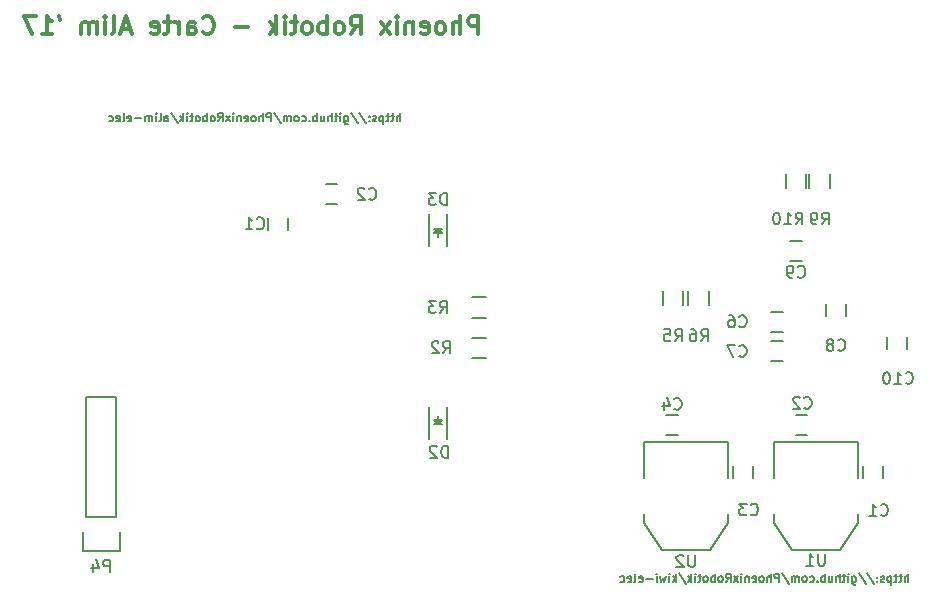
<source format=gbr>
G04 #@! TF.FileFunction,Legend,Bot*
%FSLAX46Y46*%
G04 Gerber Fmt 4.6, Leading zero omitted, Abs format (unit mm)*
G04 Created by KiCad (PCBNEW 4.0.5) date Thu Feb 16 15:30:16 2017*
%MOMM*%
%LPD*%
G01*
G04 APERTURE LIST*
%ADD10C,0.100000*%
%ADD11C,0.175000*%
%ADD12C,0.300000*%
%ADD13C,0.150000*%
G04 APERTURE END LIST*
D10*
D11*
X137316663Y-59816667D02*
X137316663Y-59116667D01*
X137016663Y-59816667D02*
X137016663Y-59450000D01*
X137049997Y-59383333D01*
X137116663Y-59350000D01*
X137216663Y-59350000D01*
X137283330Y-59383333D01*
X137316663Y-59416667D01*
X136783330Y-59350000D02*
X136516664Y-59350000D01*
X136683330Y-59116667D02*
X136683330Y-59716667D01*
X136649997Y-59783333D01*
X136583330Y-59816667D01*
X136516664Y-59816667D01*
X136383330Y-59350000D02*
X136116664Y-59350000D01*
X136283330Y-59116667D02*
X136283330Y-59716667D01*
X136249997Y-59783333D01*
X136183330Y-59816667D01*
X136116664Y-59816667D01*
X135883330Y-59350000D02*
X135883330Y-60050000D01*
X135883330Y-59383333D02*
X135816664Y-59350000D01*
X135683330Y-59350000D01*
X135616664Y-59383333D01*
X135583330Y-59416667D01*
X135549997Y-59483333D01*
X135549997Y-59683333D01*
X135583330Y-59750000D01*
X135616664Y-59783333D01*
X135683330Y-59816667D01*
X135816664Y-59816667D01*
X135883330Y-59783333D01*
X135283331Y-59783333D02*
X135216664Y-59816667D01*
X135083331Y-59816667D01*
X135016664Y-59783333D01*
X134983331Y-59716667D01*
X134983331Y-59683333D01*
X135016664Y-59616667D01*
X135083331Y-59583333D01*
X135183331Y-59583333D01*
X135249997Y-59550000D01*
X135283331Y-59483333D01*
X135283331Y-59450000D01*
X135249997Y-59383333D01*
X135183331Y-59350000D01*
X135083331Y-59350000D01*
X135016664Y-59383333D01*
X134683330Y-59750000D02*
X134649997Y-59783333D01*
X134683330Y-59816667D01*
X134716664Y-59783333D01*
X134683330Y-59750000D01*
X134683330Y-59816667D01*
X134683330Y-59383333D02*
X134649997Y-59416667D01*
X134683330Y-59450000D01*
X134716664Y-59416667D01*
X134683330Y-59383333D01*
X134683330Y-59450000D01*
X133849997Y-59083333D02*
X134449997Y-59983333D01*
X133116664Y-59083333D02*
X133716664Y-59983333D01*
X132583331Y-59350000D02*
X132583331Y-59916667D01*
X132616665Y-59983333D01*
X132649998Y-60016667D01*
X132716665Y-60050000D01*
X132816665Y-60050000D01*
X132883331Y-60016667D01*
X132583331Y-59783333D02*
X132649998Y-59816667D01*
X132783331Y-59816667D01*
X132849998Y-59783333D01*
X132883331Y-59750000D01*
X132916665Y-59683333D01*
X132916665Y-59483333D01*
X132883331Y-59416667D01*
X132849998Y-59383333D01*
X132783331Y-59350000D01*
X132649998Y-59350000D01*
X132583331Y-59383333D01*
X132249998Y-59816667D02*
X132249998Y-59350000D01*
X132249998Y-59116667D02*
X132283332Y-59150000D01*
X132249998Y-59183333D01*
X132216665Y-59150000D01*
X132249998Y-59116667D01*
X132249998Y-59183333D01*
X132016665Y-59350000D02*
X131749999Y-59350000D01*
X131916665Y-59116667D02*
X131916665Y-59716667D01*
X131883332Y-59783333D01*
X131816665Y-59816667D01*
X131749999Y-59816667D01*
X131516665Y-59816667D02*
X131516665Y-59116667D01*
X131216665Y-59816667D02*
X131216665Y-59450000D01*
X131249999Y-59383333D01*
X131316665Y-59350000D01*
X131416665Y-59350000D01*
X131483332Y-59383333D01*
X131516665Y-59416667D01*
X130583332Y-59350000D02*
X130583332Y-59816667D01*
X130883332Y-59350000D02*
X130883332Y-59716667D01*
X130849999Y-59783333D01*
X130783332Y-59816667D01*
X130683332Y-59816667D01*
X130616666Y-59783333D01*
X130583332Y-59750000D01*
X130249999Y-59816667D02*
X130249999Y-59116667D01*
X130249999Y-59383333D02*
X130183333Y-59350000D01*
X130049999Y-59350000D01*
X129983333Y-59383333D01*
X129949999Y-59416667D01*
X129916666Y-59483333D01*
X129916666Y-59683333D01*
X129949999Y-59750000D01*
X129983333Y-59783333D01*
X130049999Y-59816667D01*
X130183333Y-59816667D01*
X130249999Y-59783333D01*
X129616666Y-59750000D02*
X129583333Y-59783333D01*
X129616666Y-59816667D01*
X129650000Y-59783333D01*
X129616666Y-59750000D01*
X129616666Y-59816667D01*
X128983333Y-59783333D02*
X129050000Y-59816667D01*
X129183333Y-59816667D01*
X129250000Y-59783333D01*
X129283333Y-59750000D01*
X129316667Y-59683333D01*
X129316667Y-59483333D01*
X129283333Y-59416667D01*
X129250000Y-59383333D01*
X129183333Y-59350000D01*
X129050000Y-59350000D01*
X128983333Y-59383333D01*
X128583333Y-59816667D02*
X128650000Y-59783333D01*
X128683333Y-59750000D01*
X128716667Y-59683333D01*
X128716667Y-59483333D01*
X128683333Y-59416667D01*
X128650000Y-59383333D01*
X128583333Y-59350000D01*
X128483333Y-59350000D01*
X128416667Y-59383333D01*
X128383333Y-59416667D01*
X128350000Y-59483333D01*
X128350000Y-59683333D01*
X128383333Y-59750000D01*
X128416667Y-59783333D01*
X128483333Y-59816667D01*
X128583333Y-59816667D01*
X128050000Y-59816667D02*
X128050000Y-59350000D01*
X128050000Y-59416667D02*
X128016667Y-59383333D01*
X127950000Y-59350000D01*
X127850000Y-59350000D01*
X127783334Y-59383333D01*
X127750000Y-59450000D01*
X127750000Y-59816667D01*
X127750000Y-59450000D02*
X127716667Y-59383333D01*
X127650000Y-59350000D01*
X127550000Y-59350000D01*
X127483334Y-59383333D01*
X127450000Y-59450000D01*
X127450000Y-59816667D01*
X126616667Y-59083333D02*
X127216667Y-59983333D01*
X126383334Y-59816667D02*
X126383334Y-59116667D01*
X126116668Y-59116667D01*
X126050001Y-59150000D01*
X126016668Y-59183333D01*
X125983334Y-59250000D01*
X125983334Y-59350000D01*
X126016668Y-59416667D01*
X126050001Y-59450000D01*
X126116668Y-59483333D01*
X126383334Y-59483333D01*
X125683334Y-59816667D02*
X125683334Y-59116667D01*
X125383334Y-59816667D02*
X125383334Y-59450000D01*
X125416668Y-59383333D01*
X125483334Y-59350000D01*
X125583334Y-59350000D01*
X125650001Y-59383333D01*
X125683334Y-59416667D01*
X124950001Y-59816667D02*
X125016668Y-59783333D01*
X125050001Y-59750000D01*
X125083335Y-59683333D01*
X125083335Y-59483333D01*
X125050001Y-59416667D01*
X125016668Y-59383333D01*
X124950001Y-59350000D01*
X124850001Y-59350000D01*
X124783335Y-59383333D01*
X124750001Y-59416667D01*
X124716668Y-59483333D01*
X124716668Y-59683333D01*
X124750001Y-59750000D01*
X124783335Y-59783333D01*
X124850001Y-59816667D01*
X124950001Y-59816667D01*
X124150002Y-59783333D02*
X124216668Y-59816667D01*
X124350002Y-59816667D01*
X124416668Y-59783333D01*
X124450002Y-59716667D01*
X124450002Y-59450000D01*
X124416668Y-59383333D01*
X124350002Y-59350000D01*
X124216668Y-59350000D01*
X124150002Y-59383333D01*
X124116668Y-59450000D01*
X124116668Y-59516667D01*
X124450002Y-59583333D01*
X123816668Y-59350000D02*
X123816668Y-59816667D01*
X123816668Y-59416667D02*
X123783335Y-59383333D01*
X123716668Y-59350000D01*
X123616668Y-59350000D01*
X123550002Y-59383333D01*
X123516668Y-59450000D01*
X123516668Y-59816667D01*
X123183335Y-59816667D02*
X123183335Y-59350000D01*
X123183335Y-59116667D02*
X123216669Y-59150000D01*
X123183335Y-59183333D01*
X123150002Y-59150000D01*
X123183335Y-59116667D01*
X123183335Y-59183333D01*
X122916669Y-59816667D02*
X122550002Y-59350000D01*
X122916669Y-59350000D02*
X122550002Y-59816667D01*
X121883335Y-59816667D02*
X122116669Y-59483333D01*
X122283335Y-59816667D02*
X122283335Y-59116667D01*
X122016669Y-59116667D01*
X121950002Y-59150000D01*
X121916669Y-59183333D01*
X121883335Y-59250000D01*
X121883335Y-59350000D01*
X121916669Y-59416667D01*
X121950002Y-59450000D01*
X122016669Y-59483333D01*
X122283335Y-59483333D01*
X121483335Y-59816667D02*
X121550002Y-59783333D01*
X121583335Y-59750000D01*
X121616669Y-59683333D01*
X121616669Y-59483333D01*
X121583335Y-59416667D01*
X121550002Y-59383333D01*
X121483335Y-59350000D01*
X121383335Y-59350000D01*
X121316669Y-59383333D01*
X121283335Y-59416667D01*
X121250002Y-59483333D01*
X121250002Y-59683333D01*
X121283335Y-59750000D01*
X121316669Y-59783333D01*
X121383335Y-59816667D01*
X121483335Y-59816667D01*
X120950002Y-59816667D02*
X120950002Y-59116667D01*
X120950002Y-59383333D02*
X120883336Y-59350000D01*
X120750002Y-59350000D01*
X120683336Y-59383333D01*
X120650002Y-59416667D01*
X120616669Y-59483333D01*
X120616669Y-59683333D01*
X120650002Y-59750000D01*
X120683336Y-59783333D01*
X120750002Y-59816667D01*
X120883336Y-59816667D01*
X120950002Y-59783333D01*
X120216669Y-59816667D02*
X120283336Y-59783333D01*
X120316669Y-59750000D01*
X120350003Y-59683333D01*
X120350003Y-59483333D01*
X120316669Y-59416667D01*
X120283336Y-59383333D01*
X120216669Y-59350000D01*
X120116669Y-59350000D01*
X120050003Y-59383333D01*
X120016669Y-59416667D01*
X119983336Y-59483333D01*
X119983336Y-59683333D01*
X120016669Y-59750000D01*
X120050003Y-59783333D01*
X120116669Y-59816667D01*
X120216669Y-59816667D01*
X119783336Y-59350000D02*
X119516670Y-59350000D01*
X119683336Y-59116667D02*
X119683336Y-59716667D01*
X119650003Y-59783333D01*
X119583336Y-59816667D01*
X119516670Y-59816667D01*
X119283336Y-59816667D02*
X119283336Y-59350000D01*
X119283336Y-59116667D02*
X119316670Y-59150000D01*
X119283336Y-59183333D01*
X119250003Y-59150000D01*
X119283336Y-59116667D01*
X119283336Y-59183333D01*
X118950003Y-59816667D02*
X118950003Y-59116667D01*
X118883337Y-59550000D02*
X118683337Y-59816667D01*
X118683337Y-59350000D02*
X118950003Y-59616667D01*
X117883336Y-59083333D02*
X118483336Y-59983333D01*
X117350003Y-59816667D02*
X117350003Y-59450000D01*
X117383337Y-59383333D01*
X117450003Y-59350000D01*
X117583337Y-59350000D01*
X117650003Y-59383333D01*
X117350003Y-59783333D02*
X117416670Y-59816667D01*
X117583337Y-59816667D01*
X117650003Y-59783333D01*
X117683337Y-59716667D01*
X117683337Y-59650000D01*
X117650003Y-59583333D01*
X117583337Y-59550000D01*
X117416670Y-59550000D01*
X117350003Y-59516667D01*
X116916670Y-59816667D02*
X116983337Y-59783333D01*
X117016670Y-59716667D01*
X117016670Y-59116667D01*
X116650003Y-59816667D02*
X116650003Y-59350000D01*
X116650003Y-59116667D02*
X116683337Y-59150000D01*
X116650003Y-59183333D01*
X116616670Y-59150000D01*
X116650003Y-59116667D01*
X116650003Y-59183333D01*
X116316670Y-59816667D02*
X116316670Y-59350000D01*
X116316670Y-59416667D02*
X116283337Y-59383333D01*
X116216670Y-59350000D01*
X116116670Y-59350000D01*
X116050004Y-59383333D01*
X116016670Y-59450000D01*
X116016670Y-59816667D01*
X116016670Y-59450000D02*
X115983337Y-59383333D01*
X115916670Y-59350000D01*
X115816670Y-59350000D01*
X115750004Y-59383333D01*
X115716670Y-59450000D01*
X115716670Y-59816667D01*
X115383337Y-59550000D02*
X114850004Y-59550000D01*
X114250004Y-59783333D02*
X114316670Y-59816667D01*
X114450004Y-59816667D01*
X114516670Y-59783333D01*
X114550004Y-59716667D01*
X114550004Y-59450000D01*
X114516670Y-59383333D01*
X114450004Y-59350000D01*
X114316670Y-59350000D01*
X114250004Y-59383333D01*
X114216670Y-59450000D01*
X114216670Y-59516667D01*
X114550004Y-59583333D01*
X113816670Y-59816667D02*
X113883337Y-59783333D01*
X113916670Y-59716667D01*
X113916670Y-59116667D01*
X113283337Y-59783333D02*
X113350003Y-59816667D01*
X113483337Y-59816667D01*
X113550003Y-59783333D01*
X113583337Y-59716667D01*
X113583337Y-59450000D01*
X113550003Y-59383333D01*
X113483337Y-59350000D01*
X113350003Y-59350000D01*
X113283337Y-59383333D01*
X113250003Y-59450000D01*
X113250003Y-59516667D01*
X113583337Y-59583333D01*
X112650003Y-59783333D02*
X112716670Y-59816667D01*
X112850003Y-59816667D01*
X112916670Y-59783333D01*
X112950003Y-59750000D01*
X112983337Y-59683333D01*
X112983337Y-59483333D01*
X112950003Y-59416667D01*
X112916670Y-59383333D01*
X112850003Y-59350000D01*
X112716670Y-59350000D01*
X112650003Y-59383333D01*
D12*
X143892857Y-52428571D02*
X143892857Y-50928571D01*
X143321429Y-50928571D01*
X143178571Y-51000000D01*
X143107143Y-51071429D01*
X143035714Y-51214286D01*
X143035714Y-51428571D01*
X143107143Y-51571429D01*
X143178571Y-51642857D01*
X143321429Y-51714286D01*
X143892857Y-51714286D01*
X142392857Y-52428571D02*
X142392857Y-50928571D01*
X141750000Y-52428571D02*
X141750000Y-51642857D01*
X141821429Y-51500000D01*
X141964286Y-51428571D01*
X142178571Y-51428571D01*
X142321429Y-51500000D01*
X142392857Y-51571429D01*
X140821428Y-52428571D02*
X140964286Y-52357143D01*
X141035714Y-52285714D01*
X141107143Y-52142857D01*
X141107143Y-51714286D01*
X141035714Y-51571429D01*
X140964286Y-51500000D01*
X140821428Y-51428571D01*
X140607143Y-51428571D01*
X140464286Y-51500000D01*
X140392857Y-51571429D01*
X140321428Y-51714286D01*
X140321428Y-52142857D01*
X140392857Y-52285714D01*
X140464286Y-52357143D01*
X140607143Y-52428571D01*
X140821428Y-52428571D01*
X139107143Y-52357143D02*
X139250000Y-52428571D01*
X139535714Y-52428571D01*
X139678571Y-52357143D01*
X139750000Y-52214286D01*
X139750000Y-51642857D01*
X139678571Y-51500000D01*
X139535714Y-51428571D01*
X139250000Y-51428571D01*
X139107143Y-51500000D01*
X139035714Y-51642857D01*
X139035714Y-51785714D01*
X139750000Y-51928571D01*
X138392857Y-51428571D02*
X138392857Y-52428571D01*
X138392857Y-51571429D02*
X138321429Y-51500000D01*
X138178571Y-51428571D01*
X137964286Y-51428571D01*
X137821429Y-51500000D01*
X137750000Y-51642857D01*
X137750000Y-52428571D01*
X137035714Y-52428571D02*
X137035714Y-51428571D01*
X137035714Y-50928571D02*
X137107143Y-51000000D01*
X137035714Y-51071429D01*
X136964286Y-51000000D01*
X137035714Y-50928571D01*
X137035714Y-51071429D01*
X136464285Y-52428571D02*
X135678571Y-51428571D01*
X136464285Y-51428571D02*
X135678571Y-52428571D01*
X133107142Y-52428571D02*
X133607142Y-51714286D01*
X133964285Y-52428571D02*
X133964285Y-50928571D01*
X133392857Y-50928571D01*
X133249999Y-51000000D01*
X133178571Y-51071429D01*
X133107142Y-51214286D01*
X133107142Y-51428571D01*
X133178571Y-51571429D01*
X133249999Y-51642857D01*
X133392857Y-51714286D01*
X133964285Y-51714286D01*
X132249999Y-52428571D02*
X132392857Y-52357143D01*
X132464285Y-52285714D01*
X132535714Y-52142857D01*
X132535714Y-51714286D01*
X132464285Y-51571429D01*
X132392857Y-51500000D01*
X132249999Y-51428571D01*
X132035714Y-51428571D01*
X131892857Y-51500000D01*
X131821428Y-51571429D01*
X131749999Y-51714286D01*
X131749999Y-52142857D01*
X131821428Y-52285714D01*
X131892857Y-52357143D01*
X132035714Y-52428571D01*
X132249999Y-52428571D01*
X131107142Y-52428571D02*
X131107142Y-50928571D01*
X131107142Y-51500000D02*
X130964285Y-51428571D01*
X130678571Y-51428571D01*
X130535714Y-51500000D01*
X130464285Y-51571429D01*
X130392856Y-51714286D01*
X130392856Y-52142857D01*
X130464285Y-52285714D01*
X130535714Y-52357143D01*
X130678571Y-52428571D01*
X130964285Y-52428571D01*
X131107142Y-52357143D01*
X129535713Y-52428571D02*
X129678571Y-52357143D01*
X129749999Y-52285714D01*
X129821428Y-52142857D01*
X129821428Y-51714286D01*
X129749999Y-51571429D01*
X129678571Y-51500000D01*
X129535713Y-51428571D01*
X129321428Y-51428571D01*
X129178571Y-51500000D01*
X129107142Y-51571429D01*
X129035713Y-51714286D01*
X129035713Y-52142857D01*
X129107142Y-52285714D01*
X129178571Y-52357143D01*
X129321428Y-52428571D01*
X129535713Y-52428571D01*
X128607142Y-51428571D02*
X128035713Y-51428571D01*
X128392856Y-50928571D02*
X128392856Y-52214286D01*
X128321428Y-52357143D01*
X128178570Y-52428571D01*
X128035713Y-52428571D01*
X127535713Y-52428571D02*
X127535713Y-51428571D01*
X127535713Y-50928571D02*
X127607142Y-51000000D01*
X127535713Y-51071429D01*
X127464285Y-51000000D01*
X127535713Y-50928571D01*
X127535713Y-51071429D01*
X126821427Y-52428571D02*
X126821427Y-50928571D01*
X126678570Y-51857143D02*
X126249999Y-52428571D01*
X126249999Y-51428571D02*
X126821427Y-52000000D01*
X124464284Y-51857143D02*
X123321427Y-51857143D01*
X120607141Y-52285714D02*
X120678570Y-52357143D01*
X120892856Y-52428571D01*
X121035713Y-52428571D01*
X121249998Y-52357143D01*
X121392856Y-52214286D01*
X121464284Y-52071429D01*
X121535713Y-51785714D01*
X121535713Y-51571429D01*
X121464284Y-51285714D01*
X121392856Y-51142857D01*
X121249998Y-51000000D01*
X121035713Y-50928571D01*
X120892856Y-50928571D01*
X120678570Y-51000000D01*
X120607141Y-51071429D01*
X119321427Y-52428571D02*
X119321427Y-51642857D01*
X119392856Y-51500000D01*
X119535713Y-51428571D01*
X119821427Y-51428571D01*
X119964284Y-51500000D01*
X119321427Y-52357143D02*
X119464284Y-52428571D01*
X119821427Y-52428571D01*
X119964284Y-52357143D01*
X120035713Y-52214286D01*
X120035713Y-52071429D01*
X119964284Y-51928571D01*
X119821427Y-51857143D01*
X119464284Y-51857143D01*
X119321427Y-51785714D01*
X118607141Y-52428571D02*
X118607141Y-51428571D01*
X118607141Y-51714286D02*
X118535713Y-51571429D01*
X118464284Y-51500000D01*
X118321427Y-51428571D01*
X118178570Y-51428571D01*
X117892856Y-51428571D02*
X117321427Y-51428571D01*
X117678570Y-50928571D02*
X117678570Y-52214286D01*
X117607142Y-52357143D01*
X117464284Y-52428571D01*
X117321427Y-52428571D01*
X116249999Y-52357143D02*
X116392856Y-52428571D01*
X116678570Y-52428571D01*
X116821427Y-52357143D01*
X116892856Y-52214286D01*
X116892856Y-51642857D01*
X116821427Y-51500000D01*
X116678570Y-51428571D01*
X116392856Y-51428571D01*
X116249999Y-51500000D01*
X116178570Y-51642857D01*
X116178570Y-51785714D01*
X116892856Y-51928571D01*
X114464285Y-52000000D02*
X113749999Y-52000000D01*
X114607142Y-52428571D02*
X114107142Y-50928571D01*
X113607142Y-52428571D01*
X112892856Y-52428571D02*
X113035714Y-52357143D01*
X113107142Y-52214286D01*
X113107142Y-50928571D01*
X112321428Y-52428571D02*
X112321428Y-51428571D01*
X112321428Y-50928571D02*
X112392857Y-51000000D01*
X112321428Y-51071429D01*
X112250000Y-51000000D01*
X112321428Y-50928571D01*
X112321428Y-51071429D01*
X111607142Y-52428571D02*
X111607142Y-51428571D01*
X111607142Y-51571429D02*
X111535714Y-51500000D01*
X111392856Y-51428571D01*
X111178571Y-51428571D01*
X111035714Y-51500000D01*
X110964285Y-51642857D01*
X110964285Y-52428571D01*
X110964285Y-51642857D02*
X110892856Y-51500000D01*
X110749999Y-51428571D01*
X110535714Y-51428571D01*
X110392856Y-51500000D01*
X110321428Y-51642857D01*
X110321428Y-52428571D01*
X108392857Y-50928571D02*
X108535714Y-51214286D01*
X106964285Y-52428571D02*
X107821428Y-52428571D01*
X107392856Y-52428571D02*
X107392856Y-50928571D01*
X107535713Y-51142857D01*
X107678571Y-51285714D01*
X107821428Y-51357143D01*
X106464285Y-50928571D02*
X105464285Y-50928571D01*
X106107142Y-52428571D01*
D11*
X180316663Y-98816667D02*
X180316663Y-98116667D01*
X180016663Y-98816667D02*
X180016663Y-98450000D01*
X180049997Y-98383333D01*
X180116663Y-98350000D01*
X180216663Y-98350000D01*
X180283330Y-98383333D01*
X180316663Y-98416667D01*
X179783330Y-98350000D02*
X179516664Y-98350000D01*
X179683330Y-98116667D02*
X179683330Y-98716667D01*
X179649997Y-98783333D01*
X179583330Y-98816667D01*
X179516664Y-98816667D01*
X179383330Y-98350000D02*
X179116664Y-98350000D01*
X179283330Y-98116667D02*
X179283330Y-98716667D01*
X179249997Y-98783333D01*
X179183330Y-98816667D01*
X179116664Y-98816667D01*
X178883330Y-98350000D02*
X178883330Y-99050000D01*
X178883330Y-98383333D02*
X178816664Y-98350000D01*
X178683330Y-98350000D01*
X178616664Y-98383333D01*
X178583330Y-98416667D01*
X178549997Y-98483333D01*
X178549997Y-98683333D01*
X178583330Y-98750000D01*
X178616664Y-98783333D01*
X178683330Y-98816667D01*
X178816664Y-98816667D01*
X178883330Y-98783333D01*
X178283331Y-98783333D02*
X178216664Y-98816667D01*
X178083331Y-98816667D01*
X178016664Y-98783333D01*
X177983331Y-98716667D01*
X177983331Y-98683333D01*
X178016664Y-98616667D01*
X178083331Y-98583333D01*
X178183331Y-98583333D01*
X178249997Y-98550000D01*
X178283331Y-98483333D01*
X178283331Y-98450000D01*
X178249997Y-98383333D01*
X178183331Y-98350000D01*
X178083331Y-98350000D01*
X178016664Y-98383333D01*
X177683330Y-98750000D02*
X177649997Y-98783333D01*
X177683330Y-98816667D01*
X177716664Y-98783333D01*
X177683330Y-98750000D01*
X177683330Y-98816667D01*
X177683330Y-98383333D02*
X177649997Y-98416667D01*
X177683330Y-98450000D01*
X177716664Y-98416667D01*
X177683330Y-98383333D01*
X177683330Y-98450000D01*
X176849997Y-98083333D02*
X177449997Y-98983333D01*
X176116664Y-98083333D02*
X176716664Y-98983333D01*
X175583331Y-98350000D02*
X175583331Y-98916667D01*
X175616665Y-98983333D01*
X175649998Y-99016667D01*
X175716665Y-99050000D01*
X175816665Y-99050000D01*
X175883331Y-99016667D01*
X175583331Y-98783333D02*
X175649998Y-98816667D01*
X175783331Y-98816667D01*
X175849998Y-98783333D01*
X175883331Y-98750000D01*
X175916665Y-98683333D01*
X175916665Y-98483333D01*
X175883331Y-98416667D01*
X175849998Y-98383333D01*
X175783331Y-98350000D01*
X175649998Y-98350000D01*
X175583331Y-98383333D01*
X175249998Y-98816667D02*
X175249998Y-98350000D01*
X175249998Y-98116667D02*
X175283332Y-98150000D01*
X175249998Y-98183333D01*
X175216665Y-98150000D01*
X175249998Y-98116667D01*
X175249998Y-98183333D01*
X175016665Y-98350000D02*
X174749999Y-98350000D01*
X174916665Y-98116667D02*
X174916665Y-98716667D01*
X174883332Y-98783333D01*
X174816665Y-98816667D01*
X174749999Y-98816667D01*
X174516665Y-98816667D02*
X174516665Y-98116667D01*
X174216665Y-98816667D02*
X174216665Y-98450000D01*
X174249999Y-98383333D01*
X174316665Y-98350000D01*
X174416665Y-98350000D01*
X174483332Y-98383333D01*
X174516665Y-98416667D01*
X173583332Y-98350000D02*
X173583332Y-98816667D01*
X173883332Y-98350000D02*
X173883332Y-98716667D01*
X173849999Y-98783333D01*
X173783332Y-98816667D01*
X173683332Y-98816667D01*
X173616666Y-98783333D01*
X173583332Y-98750000D01*
X173249999Y-98816667D02*
X173249999Y-98116667D01*
X173249999Y-98383333D02*
X173183333Y-98350000D01*
X173049999Y-98350000D01*
X172983333Y-98383333D01*
X172949999Y-98416667D01*
X172916666Y-98483333D01*
X172916666Y-98683333D01*
X172949999Y-98750000D01*
X172983333Y-98783333D01*
X173049999Y-98816667D01*
X173183333Y-98816667D01*
X173249999Y-98783333D01*
X172616666Y-98750000D02*
X172583333Y-98783333D01*
X172616666Y-98816667D01*
X172650000Y-98783333D01*
X172616666Y-98750000D01*
X172616666Y-98816667D01*
X171983333Y-98783333D02*
X172050000Y-98816667D01*
X172183333Y-98816667D01*
X172250000Y-98783333D01*
X172283333Y-98750000D01*
X172316667Y-98683333D01*
X172316667Y-98483333D01*
X172283333Y-98416667D01*
X172250000Y-98383333D01*
X172183333Y-98350000D01*
X172050000Y-98350000D01*
X171983333Y-98383333D01*
X171583333Y-98816667D02*
X171650000Y-98783333D01*
X171683333Y-98750000D01*
X171716667Y-98683333D01*
X171716667Y-98483333D01*
X171683333Y-98416667D01*
X171650000Y-98383333D01*
X171583333Y-98350000D01*
X171483333Y-98350000D01*
X171416667Y-98383333D01*
X171383333Y-98416667D01*
X171350000Y-98483333D01*
X171350000Y-98683333D01*
X171383333Y-98750000D01*
X171416667Y-98783333D01*
X171483333Y-98816667D01*
X171583333Y-98816667D01*
X171050000Y-98816667D02*
X171050000Y-98350000D01*
X171050000Y-98416667D02*
X171016667Y-98383333D01*
X170950000Y-98350000D01*
X170850000Y-98350000D01*
X170783334Y-98383333D01*
X170750000Y-98450000D01*
X170750000Y-98816667D01*
X170750000Y-98450000D02*
X170716667Y-98383333D01*
X170650000Y-98350000D01*
X170550000Y-98350000D01*
X170483334Y-98383333D01*
X170450000Y-98450000D01*
X170450000Y-98816667D01*
X169616667Y-98083333D02*
X170216667Y-98983333D01*
X169383334Y-98816667D02*
X169383334Y-98116667D01*
X169116668Y-98116667D01*
X169050001Y-98150000D01*
X169016668Y-98183333D01*
X168983334Y-98250000D01*
X168983334Y-98350000D01*
X169016668Y-98416667D01*
X169050001Y-98450000D01*
X169116668Y-98483333D01*
X169383334Y-98483333D01*
X168683334Y-98816667D02*
X168683334Y-98116667D01*
X168383334Y-98816667D02*
X168383334Y-98450000D01*
X168416668Y-98383333D01*
X168483334Y-98350000D01*
X168583334Y-98350000D01*
X168650001Y-98383333D01*
X168683334Y-98416667D01*
X167950001Y-98816667D02*
X168016668Y-98783333D01*
X168050001Y-98750000D01*
X168083335Y-98683333D01*
X168083335Y-98483333D01*
X168050001Y-98416667D01*
X168016668Y-98383333D01*
X167950001Y-98350000D01*
X167850001Y-98350000D01*
X167783335Y-98383333D01*
X167750001Y-98416667D01*
X167716668Y-98483333D01*
X167716668Y-98683333D01*
X167750001Y-98750000D01*
X167783335Y-98783333D01*
X167850001Y-98816667D01*
X167950001Y-98816667D01*
X167150002Y-98783333D02*
X167216668Y-98816667D01*
X167350002Y-98816667D01*
X167416668Y-98783333D01*
X167450002Y-98716667D01*
X167450002Y-98450000D01*
X167416668Y-98383333D01*
X167350002Y-98350000D01*
X167216668Y-98350000D01*
X167150002Y-98383333D01*
X167116668Y-98450000D01*
X167116668Y-98516667D01*
X167450002Y-98583333D01*
X166816668Y-98350000D02*
X166816668Y-98816667D01*
X166816668Y-98416667D02*
X166783335Y-98383333D01*
X166716668Y-98350000D01*
X166616668Y-98350000D01*
X166550002Y-98383333D01*
X166516668Y-98450000D01*
X166516668Y-98816667D01*
X166183335Y-98816667D02*
X166183335Y-98350000D01*
X166183335Y-98116667D02*
X166216669Y-98150000D01*
X166183335Y-98183333D01*
X166150002Y-98150000D01*
X166183335Y-98116667D01*
X166183335Y-98183333D01*
X165916669Y-98816667D02*
X165550002Y-98350000D01*
X165916669Y-98350000D02*
X165550002Y-98816667D01*
X164883335Y-98816667D02*
X165116669Y-98483333D01*
X165283335Y-98816667D02*
X165283335Y-98116667D01*
X165016669Y-98116667D01*
X164950002Y-98150000D01*
X164916669Y-98183333D01*
X164883335Y-98250000D01*
X164883335Y-98350000D01*
X164916669Y-98416667D01*
X164950002Y-98450000D01*
X165016669Y-98483333D01*
X165283335Y-98483333D01*
X164483335Y-98816667D02*
X164550002Y-98783333D01*
X164583335Y-98750000D01*
X164616669Y-98683333D01*
X164616669Y-98483333D01*
X164583335Y-98416667D01*
X164550002Y-98383333D01*
X164483335Y-98350000D01*
X164383335Y-98350000D01*
X164316669Y-98383333D01*
X164283335Y-98416667D01*
X164250002Y-98483333D01*
X164250002Y-98683333D01*
X164283335Y-98750000D01*
X164316669Y-98783333D01*
X164383335Y-98816667D01*
X164483335Y-98816667D01*
X163950002Y-98816667D02*
X163950002Y-98116667D01*
X163950002Y-98383333D02*
X163883336Y-98350000D01*
X163750002Y-98350000D01*
X163683336Y-98383333D01*
X163650002Y-98416667D01*
X163616669Y-98483333D01*
X163616669Y-98683333D01*
X163650002Y-98750000D01*
X163683336Y-98783333D01*
X163750002Y-98816667D01*
X163883336Y-98816667D01*
X163950002Y-98783333D01*
X163216669Y-98816667D02*
X163283336Y-98783333D01*
X163316669Y-98750000D01*
X163350003Y-98683333D01*
X163350003Y-98483333D01*
X163316669Y-98416667D01*
X163283336Y-98383333D01*
X163216669Y-98350000D01*
X163116669Y-98350000D01*
X163050003Y-98383333D01*
X163016669Y-98416667D01*
X162983336Y-98483333D01*
X162983336Y-98683333D01*
X163016669Y-98750000D01*
X163050003Y-98783333D01*
X163116669Y-98816667D01*
X163216669Y-98816667D01*
X162783336Y-98350000D02*
X162516670Y-98350000D01*
X162683336Y-98116667D02*
X162683336Y-98716667D01*
X162650003Y-98783333D01*
X162583336Y-98816667D01*
X162516670Y-98816667D01*
X162283336Y-98816667D02*
X162283336Y-98350000D01*
X162283336Y-98116667D02*
X162316670Y-98150000D01*
X162283336Y-98183333D01*
X162250003Y-98150000D01*
X162283336Y-98116667D01*
X162283336Y-98183333D01*
X161950003Y-98816667D02*
X161950003Y-98116667D01*
X161883337Y-98550000D02*
X161683337Y-98816667D01*
X161683337Y-98350000D02*
X161950003Y-98616667D01*
X160883336Y-98083333D02*
X161483336Y-98983333D01*
X160650003Y-98816667D02*
X160650003Y-98116667D01*
X160583337Y-98550000D02*
X160383337Y-98816667D01*
X160383337Y-98350000D02*
X160650003Y-98616667D01*
X160083336Y-98816667D02*
X160083336Y-98350000D01*
X160083336Y-98116667D02*
X160116670Y-98150000D01*
X160083336Y-98183333D01*
X160050003Y-98150000D01*
X160083336Y-98116667D01*
X160083336Y-98183333D01*
X159816670Y-98350000D02*
X159683337Y-98816667D01*
X159550003Y-98483333D01*
X159416670Y-98816667D01*
X159283337Y-98350000D01*
X159016670Y-98816667D02*
X159016670Y-98350000D01*
X159016670Y-98116667D02*
X159050004Y-98150000D01*
X159016670Y-98183333D01*
X158983337Y-98150000D01*
X159016670Y-98116667D01*
X159016670Y-98183333D01*
X158683337Y-98550000D02*
X158150004Y-98550000D01*
X157550004Y-98783333D02*
X157616670Y-98816667D01*
X157750004Y-98816667D01*
X157816670Y-98783333D01*
X157850004Y-98716667D01*
X157850004Y-98450000D01*
X157816670Y-98383333D01*
X157750004Y-98350000D01*
X157616670Y-98350000D01*
X157550004Y-98383333D01*
X157516670Y-98450000D01*
X157516670Y-98516667D01*
X157850004Y-98583333D01*
X157116670Y-98816667D02*
X157183337Y-98783333D01*
X157216670Y-98716667D01*
X157216670Y-98116667D01*
X156583337Y-98783333D02*
X156650003Y-98816667D01*
X156783337Y-98816667D01*
X156850003Y-98783333D01*
X156883337Y-98716667D01*
X156883337Y-98450000D01*
X156850003Y-98383333D01*
X156783337Y-98350000D01*
X156650003Y-98350000D01*
X156583337Y-98383333D01*
X156550003Y-98450000D01*
X156550003Y-98516667D01*
X156883337Y-98583333D01*
X155950003Y-98783333D02*
X156016670Y-98816667D01*
X156150003Y-98816667D01*
X156216670Y-98783333D01*
X156250003Y-98750000D01*
X156283337Y-98683333D01*
X156283337Y-98483333D01*
X156250003Y-98416667D01*
X156216670Y-98383333D01*
X156150003Y-98350000D01*
X156016670Y-98350000D01*
X155950003Y-98383333D01*
D13*
X143400000Y-76475000D02*
X144600000Y-76475000D01*
X144600000Y-74725000D02*
X143400000Y-74725000D01*
X141250000Y-67650000D02*
X141250000Y-70350000D01*
X139750000Y-67650000D02*
X139750000Y-70350000D01*
X140650000Y-69150000D02*
X140400000Y-69150000D01*
X140400000Y-69150000D02*
X140550000Y-69000000D01*
X140150000Y-68900000D02*
X140850000Y-68900000D01*
X140500000Y-69250000D02*
X140500000Y-69600000D01*
X140500000Y-68900000D02*
X140150000Y-69250000D01*
X140150000Y-69250000D02*
X140850000Y-69250000D01*
X140850000Y-69250000D02*
X140500000Y-68900000D01*
X139750000Y-86700000D02*
X139750000Y-84000000D01*
X141250000Y-86700000D02*
X141250000Y-84000000D01*
X140350000Y-85200000D02*
X140600000Y-85200000D01*
X140600000Y-85200000D02*
X140450000Y-85350000D01*
X140850000Y-85450000D02*
X140150000Y-85450000D01*
X140500000Y-85100000D02*
X140500000Y-84750000D01*
X140500000Y-85450000D02*
X140850000Y-85100000D01*
X140850000Y-85100000D02*
X140150000Y-85100000D01*
X140150000Y-85100000D02*
X140500000Y-85450000D01*
X143400000Y-79875000D02*
X144600000Y-79875000D01*
X144600000Y-78125000D02*
X143400000Y-78125000D01*
X127850000Y-68000000D02*
X127850000Y-69000000D01*
X126150000Y-69000000D02*
X126150000Y-68000000D01*
X131000000Y-65150000D02*
X132000000Y-65150000D01*
X132000000Y-66850000D02*
X131000000Y-66850000D01*
X110450000Y-94620000D02*
X110450000Y-96170000D01*
X110450000Y-96170000D02*
X113550000Y-96170000D01*
X113550000Y-96170000D02*
X113550000Y-94620000D01*
X113270000Y-93350000D02*
X113270000Y-83190000D01*
X113270000Y-83190000D02*
X110730000Y-83190000D01*
X110730000Y-83190000D02*
X110730000Y-93350000D01*
X113270000Y-93350000D02*
X110730000Y-93350000D01*
X176460000Y-89980000D02*
X176460000Y-88980000D01*
X178160000Y-88980000D02*
X178160000Y-89980000D01*
X170780000Y-84660000D02*
X171780000Y-84660000D01*
X171780000Y-86360000D02*
X170780000Y-86360000D01*
X165460000Y-89980000D02*
X165460000Y-88980000D01*
X167160000Y-88980000D02*
X167160000Y-89980000D01*
X159810000Y-84680000D02*
X160810000Y-84680000D01*
X160810000Y-86380000D02*
X159810000Y-86380000D01*
X159531106Y-74187512D02*
X159531106Y-75387512D01*
X161281106Y-75387512D02*
X161281106Y-74187512D01*
X161688572Y-74187512D02*
X161688572Y-75387512D01*
X163438572Y-75387512D02*
X163438572Y-74187512D01*
X173685000Y-65480000D02*
X173685000Y-64280000D01*
X171935000Y-64280000D02*
X171935000Y-65480000D01*
X169935000Y-64280000D02*
X169935000Y-65480000D01*
X171685000Y-65480000D02*
X171685000Y-64280000D01*
X168968000Y-90017112D02*
X168968000Y-86969112D01*
X168968000Y-86969112D02*
X176080000Y-86969112D01*
X176080000Y-86969112D02*
X176080000Y-90017112D01*
X168968000Y-93065112D02*
X168968000Y-93827112D01*
X168968000Y-93827112D02*
X170492000Y-96113112D01*
X170492000Y-96113112D02*
X174556000Y-96113112D01*
X174556000Y-96113112D02*
X176080000Y-93827112D01*
X176080000Y-93827112D02*
X176080000Y-93065112D01*
X157964000Y-90025112D02*
X157964000Y-86977112D01*
X157964000Y-86977112D02*
X165076000Y-86977112D01*
X165076000Y-86977112D02*
X165076000Y-90025112D01*
X157964000Y-93073112D02*
X157964000Y-93835112D01*
X157964000Y-93835112D02*
X159488000Y-96121112D01*
X159488000Y-96121112D02*
X163552000Y-96121112D01*
X163552000Y-96121112D02*
X165076000Y-93835112D01*
X165076000Y-93835112D02*
X165076000Y-93073112D01*
X168710000Y-75930000D02*
X169710000Y-75930000D01*
X169710000Y-77630000D02*
X168710000Y-77630000D01*
X168710000Y-78430000D02*
X169710000Y-78430000D01*
X169710000Y-80130000D02*
X168710000Y-80130000D01*
X173360000Y-76280000D02*
X173360000Y-75280000D01*
X175060000Y-75280000D02*
X175060000Y-76280000D01*
X171310000Y-71630000D02*
X170310000Y-71630000D01*
X170310000Y-69930000D02*
X171310000Y-69930000D01*
X178560000Y-79080000D02*
X178560000Y-78080000D01*
X180260000Y-78080000D02*
X180260000Y-79080000D01*
X140666666Y-76052381D02*
X141000000Y-75576190D01*
X141238095Y-76052381D02*
X141238095Y-75052381D01*
X140857142Y-75052381D01*
X140761904Y-75100000D01*
X140714285Y-75147619D01*
X140666666Y-75242857D01*
X140666666Y-75385714D01*
X140714285Y-75480952D01*
X140761904Y-75528571D01*
X140857142Y-75576190D01*
X141238095Y-75576190D01*
X140333333Y-75052381D02*
X139714285Y-75052381D01*
X140047619Y-75433333D01*
X139904761Y-75433333D01*
X139809523Y-75480952D01*
X139761904Y-75528571D01*
X139714285Y-75623810D01*
X139714285Y-75861905D01*
X139761904Y-75957143D01*
X139809523Y-76004762D01*
X139904761Y-76052381D01*
X140190476Y-76052381D01*
X140285714Y-76004762D01*
X140333333Y-75957143D01*
X141238095Y-66903361D02*
X141238095Y-65903361D01*
X141000000Y-65903361D01*
X140857142Y-65950980D01*
X140761904Y-66046218D01*
X140714285Y-66141456D01*
X140666666Y-66331932D01*
X140666666Y-66474790D01*
X140714285Y-66665266D01*
X140761904Y-66760504D01*
X140857142Y-66855742D01*
X141000000Y-66903361D01*
X141238095Y-66903361D01*
X140333333Y-65903361D02*
X139714285Y-65903361D01*
X140047619Y-66284313D01*
X139904761Y-66284313D01*
X139809523Y-66331932D01*
X139761904Y-66379551D01*
X139714285Y-66474790D01*
X139714285Y-66712885D01*
X139761904Y-66808123D01*
X139809523Y-66855742D01*
X139904761Y-66903361D01*
X140190476Y-66903361D01*
X140285714Y-66855742D01*
X140333333Y-66808123D01*
X141338095Y-88302381D02*
X141338095Y-87302381D01*
X141100000Y-87302381D01*
X140957142Y-87350000D01*
X140861904Y-87445238D01*
X140814285Y-87540476D01*
X140766666Y-87730952D01*
X140766666Y-87873810D01*
X140814285Y-88064286D01*
X140861904Y-88159524D01*
X140957142Y-88254762D01*
X141100000Y-88302381D01*
X141338095Y-88302381D01*
X140385714Y-87397619D02*
X140338095Y-87350000D01*
X140242857Y-87302381D01*
X140004761Y-87302381D01*
X139909523Y-87350000D01*
X139861904Y-87397619D01*
X139814285Y-87492857D01*
X139814285Y-87588095D01*
X139861904Y-87730952D01*
X140433333Y-88302381D01*
X139814285Y-88302381D01*
X140916666Y-79452381D02*
X141250000Y-78976190D01*
X141488095Y-79452381D02*
X141488095Y-78452381D01*
X141107142Y-78452381D01*
X141011904Y-78500000D01*
X140964285Y-78547619D01*
X140916666Y-78642857D01*
X140916666Y-78785714D01*
X140964285Y-78880952D01*
X141011904Y-78928571D01*
X141107142Y-78976190D01*
X141488095Y-78976190D01*
X140535714Y-78547619D02*
X140488095Y-78500000D01*
X140392857Y-78452381D01*
X140154761Y-78452381D01*
X140059523Y-78500000D01*
X140011904Y-78547619D01*
X139964285Y-78642857D01*
X139964285Y-78738095D01*
X140011904Y-78880952D01*
X140583333Y-79452381D01*
X139964285Y-79452381D01*
X125166666Y-68857143D02*
X125214285Y-68904762D01*
X125357142Y-68952381D01*
X125452380Y-68952381D01*
X125595238Y-68904762D01*
X125690476Y-68809524D01*
X125738095Y-68714286D01*
X125785714Y-68523810D01*
X125785714Y-68380952D01*
X125738095Y-68190476D01*
X125690476Y-68095238D01*
X125595238Y-68000000D01*
X125452380Y-67952381D01*
X125357142Y-67952381D01*
X125214285Y-68000000D01*
X125166666Y-68047619D01*
X124214285Y-68952381D02*
X124785714Y-68952381D01*
X124500000Y-68952381D02*
X124500000Y-67952381D01*
X124595238Y-68095238D01*
X124690476Y-68190476D01*
X124785714Y-68238095D01*
X134666666Y-66357143D02*
X134714285Y-66404762D01*
X134857142Y-66452381D01*
X134952380Y-66452381D01*
X135095238Y-66404762D01*
X135190476Y-66309524D01*
X135238095Y-66214286D01*
X135285714Y-66023810D01*
X135285714Y-65880952D01*
X135238095Y-65690476D01*
X135190476Y-65595238D01*
X135095238Y-65500000D01*
X134952380Y-65452381D01*
X134857142Y-65452381D01*
X134714285Y-65500000D01*
X134666666Y-65547619D01*
X134285714Y-65547619D02*
X134238095Y-65500000D01*
X134142857Y-65452381D01*
X133904761Y-65452381D01*
X133809523Y-65500000D01*
X133761904Y-65547619D01*
X133714285Y-65642857D01*
X133714285Y-65738095D01*
X133761904Y-65880952D01*
X134333333Y-66452381D01*
X133714285Y-66452381D01*
X112738095Y-97952381D02*
X112738095Y-96952381D01*
X112357142Y-96952381D01*
X112261904Y-97000000D01*
X112214285Y-97047619D01*
X112166666Y-97142857D01*
X112166666Y-97285714D01*
X112214285Y-97380952D01*
X112261904Y-97428571D01*
X112357142Y-97476190D01*
X112738095Y-97476190D01*
X111309523Y-97285714D02*
X111309523Y-97952381D01*
X111547619Y-96904762D02*
X111785714Y-97619048D01*
X111166666Y-97619048D01*
X177976666Y-93127143D02*
X178024285Y-93174762D01*
X178167142Y-93222381D01*
X178262380Y-93222381D01*
X178405238Y-93174762D01*
X178500476Y-93079524D01*
X178548095Y-92984286D01*
X178595714Y-92793810D01*
X178595714Y-92650952D01*
X178548095Y-92460476D01*
X178500476Y-92365238D01*
X178405238Y-92270000D01*
X178262380Y-92222381D01*
X178167142Y-92222381D01*
X178024285Y-92270000D01*
X177976666Y-92317619D01*
X177024285Y-93222381D02*
X177595714Y-93222381D01*
X177310000Y-93222381D02*
X177310000Y-92222381D01*
X177405238Y-92365238D01*
X177500476Y-92460476D01*
X177595714Y-92508095D01*
X171516666Y-84057143D02*
X171564285Y-84104762D01*
X171707142Y-84152381D01*
X171802380Y-84152381D01*
X171945238Y-84104762D01*
X172040476Y-84009524D01*
X172088095Y-83914286D01*
X172135714Y-83723810D01*
X172135714Y-83580952D01*
X172088095Y-83390476D01*
X172040476Y-83295238D01*
X171945238Y-83200000D01*
X171802380Y-83152381D01*
X171707142Y-83152381D01*
X171564285Y-83200000D01*
X171516666Y-83247619D01*
X171135714Y-83247619D02*
X171088095Y-83200000D01*
X170992857Y-83152381D01*
X170754761Y-83152381D01*
X170659523Y-83200000D01*
X170611904Y-83247619D01*
X170564285Y-83342857D01*
X170564285Y-83438095D01*
X170611904Y-83580952D01*
X171183333Y-84152381D01*
X170564285Y-84152381D01*
X166976666Y-93087143D02*
X167024285Y-93134762D01*
X167167142Y-93182381D01*
X167262380Y-93182381D01*
X167405238Y-93134762D01*
X167500476Y-93039524D01*
X167548095Y-92944286D01*
X167595714Y-92753810D01*
X167595714Y-92610952D01*
X167548095Y-92420476D01*
X167500476Y-92325238D01*
X167405238Y-92230000D01*
X167262380Y-92182381D01*
X167167142Y-92182381D01*
X167024285Y-92230000D01*
X166976666Y-92277619D01*
X166643333Y-92182381D02*
X166024285Y-92182381D01*
X166357619Y-92563333D01*
X166214761Y-92563333D01*
X166119523Y-92610952D01*
X166071904Y-92658571D01*
X166024285Y-92753810D01*
X166024285Y-92991905D01*
X166071904Y-93087143D01*
X166119523Y-93134762D01*
X166214761Y-93182381D01*
X166500476Y-93182381D01*
X166595714Y-93134762D01*
X166643333Y-93087143D01*
X160516666Y-84137143D02*
X160564285Y-84184762D01*
X160707142Y-84232381D01*
X160802380Y-84232381D01*
X160945238Y-84184762D01*
X161040476Y-84089524D01*
X161088095Y-83994286D01*
X161135714Y-83803810D01*
X161135714Y-83660952D01*
X161088095Y-83470476D01*
X161040476Y-83375238D01*
X160945238Y-83280000D01*
X160802380Y-83232381D01*
X160707142Y-83232381D01*
X160564285Y-83280000D01*
X160516666Y-83327619D01*
X159659523Y-83565714D02*
X159659523Y-84232381D01*
X159897619Y-83184762D02*
X160135714Y-83899048D01*
X159516666Y-83899048D01*
X160576666Y-78432381D02*
X160910000Y-77956190D01*
X161148095Y-78432381D02*
X161148095Y-77432381D01*
X160767142Y-77432381D01*
X160671904Y-77480000D01*
X160624285Y-77527619D01*
X160576666Y-77622857D01*
X160576666Y-77765714D01*
X160624285Y-77860952D01*
X160671904Y-77908571D01*
X160767142Y-77956190D01*
X161148095Y-77956190D01*
X159671904Y-77432381D02*
X160148095Y-77432381D01*
X160195714Y-77908571D01*
X160148095Y-77860952D01*
X160052857Y-77813333D01*
X159814761Y-77813333D01*
X159719523Y-77860952D01*
X159671904Y-77908571D01*
X159624285Y-78003810D01*
X159624285Y-78241905D01*
X159671904Y-78337143D01*
X159719523Y-78384762D01*
X159814761Y-78432381D01*
X160052857Y-78432381D01*
X160148095Y-78384762D01*
X160195714Y-78337143D01*
X162776666Y-78432381D02*
X163110000Y-77956190D01*
X163348095Y-78432381D02*
X163348095Y-77432381D01*
X162967142Y-77432381D01*
X162871904Y-77480000D01*
X162824285Y-77527619D01*
X162776666Y-77622857D01*
X162776666Y-77765714D01*
X162824285Y-77860952D01*
X162871904Y-77908571D01*
X162967142Y-77956190D01*
X163348095Y-77956190D01*
X161919523Y-77432381D02*
X162110000Y-77432381D01*
X162205238Y-77480000D01*
X162252857Y-77527619D01*
X162348095Y-77670476D01*
X162395714Y-77860952D01*
X162395714Y-78241905D01*
X162348095Y-78337143D01*
X162300476Y-78384762D01*
X162205238Y-78432381D01*
X162014761Y-78432381D01*
X161919523Y-78384762D01*
X161871904Y-78337143D01*
X161824285Y-78241905D01*
X161824285Y-78003810D01*
X161871904Y-77908571D01*
X161919523Y-77860952D01*
X162014761Y-77813333D01*
X162205238Y-77813333D01*
X162300476Y-77860952D01*
X162348095Y-77908571D01*
X162395714Y-78003810D01*
X173016666Y-68552381D02*
X173350000Y-68076190D01*
X173588095Y-68552381D02*
X173588095Y-67552381D01*
X173207142Y-67552381D01*
X173111904Y-67600000D01*
X173064285Y-67647619D01*
X173016666Y-67742857D01*
X173016666Y-67885714D01*
X173064285Y-67980952D01*
X173111904Y-68028571D01*
X173207142Y-68076190D01*
X173588095Y-68076190D01*
X172540476Y-68552381D02*
X172350000Y-68552381D01*
X172254761Y-68504762D01*
X172207142Y-68457143D01*
X172111904Y-68314286D01*
X172064285Y-68123810D01*
X172064285Y-67742857D01*
X172111904Y-67647619D01*
X172159523Y-67600000D01*
X172254761Y-67552381D01*
X172445238Y-67552381D01*
X172540476Y-67600000D01*
X172588095Y-67647619D01*
X172635714Y-67742857D01*
X172635714Y-67980952D01*
X172588095Y-68076190D01*
X172540476Y-68123810D01*
X172445238Y-68171429D01*
X172254761Y-68171429D01*
X172159523Y-68123810D01*
X172111904Y-68076190D01*
X172064285Y-67980952D01*
X170792857Y-68552381D02*
X171126191Y-68076190D01*
X171364286Y-68552381D02*
X171364286Y-67552381D01*
X170983333Y-67552381D01*
X170888095Y-67600000D01*
X170840476Y-67647619D01*
X170792857Y-67742857D01*
X170792857Y-67885714D01*
X170840476Y-67980952D01*
X170888095Y-68028571D01*
X170983333Y-68076190D01*
X171364286Y-68076190D01*
X169840476Y-68552381D02*
X170411905Y-68552381D01*
X170126191Y-68552381D02*
X170126191Y-67552381D01*
X170221429Y-67695238D01*
X170316667Y-67790476D01*
X170411905Y-67838095D01*
X169221429Y-67552381D02*
X169126190Y-67552381D01*
X169030952Y-67600000D01*
X168983333Y-67647619D01*
X168935714Y-67742857D01*
X168888095Y-67933333D01*
X168888095Y-68171429D01*
X168935714Y-68361905D01*
X168983333Y-68457143D01*
X169030952Y-68504762D01*
X169126190Y-68552381D01*
X169221429Y-68552381D01*
X169316667Y-68504762D01*
X169364286Y-68457143D01*
X169411905Y-68361905D01*
X169459524Y-68171429D01*
X169459524Y-67933333D01*
X169411905Y-67742857D01*
X169364286Y-67647619D01*
X169316667Y-67600000D01*
X169221429Y-67552381D01*
X173271905Y-96432381D02*
X173271905Y-97241905D01*
X173224286Y-97337143D01*
X173176667Y-97384762D01*
X173081429Y-97432381D01*
X172890952Y-97432381D01*
X172795714Y-97384762D01*
X172748095Y-97337143D01*
X172700476Y-97241905D01*
X172700476Y-96432381D01*
X171700476Y-97432381D02*
X172271905Y-97432381D01*
X171986191Y-97432381D02*
X171986191Y-96432381D01*
X172081429Y-96575238D01*
X172176667Y-96670476D01*
X172271905Y-96718095D01*
X162271905Y-96532381D02*
X162271905Y-97341905D01*
X162224286Y-97437143D01*
X162176667Y-97484762D01*
X162081429Y-97532381D01*
X161890952Y-97532381D01*
X161795714Y-97484762D01*
X161748095Y-97437143D01*
X161700476Y-97341905D01*
X161700476Y-96532381D01*
X161271905Y-96627619D02*
X161224286Y-96580000D01*
X161129048Y-96532381D01*
X160890952Y-96532381D01*
X160795714Y-96580000D01*
X160748095Y-96627619D01*
X160700476Y-96722857D01*
X160700476Y-96818095D01*
X160748095Y-96960952D01*
X161319524Y-97532381D01*
X160700476Y-97532381D01*
X166016666Y-77157143D02*
X166064285Y-77204762D01*
X166207142Y-77252381D01*
X166302380Y-77252381D01*
X166445238Y-77204762D01*
X166540476Y-77109524D01*
X166588095Y-77014286D01*
X166635714Y-76823810D01*
X166635714Y-76680952D01*
X166588095Y-76490476D01*
X166540476Y-76395238D01*
X166445238Y-76300000D01*
X166302380Y-76252381D01*
X166207142Y-76252381D01*
X166064285Y-76300000D01*
X166016666Y-76347619D01*
X165159523Y-76252381D02*
X165350000Y-76252381D01*
X165445238Y-76300000D01*
X165492857Y-76347619D01*
X165588095Y-76490476D01*
X165635714Y-76680952D01*
X165635714Y-77061905D01*
X165588095Y-77157143D01*
X165540476Y-77204762D01*
X165445238Y-77252381D01*
X165254761Y-77252381D01*
X165159523Y-77204762D01*
X165111904Y-77157143D01*
X165064285Y-77061905D01*
X165064285Y-76823810D01*
X165111904Y-76728571D01*
X165159523Y-76680952D01*
X165254761Y-76633333D01*
X165445238Y-76633333D01*
X165540476Y-76680952D01*
X165588095Y-76728571D01*
X165635714Y-76823810D01*
X166016666Y-79657143D02*
X166064285Y-79704762D01*
X166207142Y-79752381D01*
X166302380Y-79752381D01*
X166445238Y-79704762D01*
X166540476Y-79609524D01*
X166588095Y-79514286D01*
X166635714Y-79323810D01*
X166635714Y-79180952D01*
X166588095Y-78990476D01*
X166540476Y-78895238D01*
X166445238Y-78800000D01*
X166302380Y-78752381D01*
X166207142Y-78752381D01*
X166064285Y-78800000D01*
X166016666Y-78847619D01*
X165683333Y-78752381D02*
X165016666Y-78752381D01*
X165445238Y-79752381D01*
X174376666Y-79157143D02*
X174424285Y-79204762D01*
X174567142Y-79252381D01*
X174662380Y-79252381D01*
X174805238Y-79204762D01*
X174900476Y-79109524D01*
X174948095Y-79014286D01*
X174995714Y-78823810D01*
X174995714Y-78680952D01*
X174948095Y-78490476D01*
X174900476Y-78395238D01*
X174805238Y-78300000D01*
X174662380Y-78252381D01*
X174567142Y-78252381D01*
X174424285Y-78300000D01*
X174376666Y-78347619D01*
X173805238Y-78680952D02*
X173900476Y-78633333D01*
X173948095Y-78585714D01*
X173995714Y-78490476D01*
X173995714Y-78442857D01*
X173948095Y-78347619D01*
X173900476Y-78300000D01*
X173805238Y-78252381D01*
X173614761Y-78252381D01*
X173519523Y-78300000D01*
X173471904Y-78347619D01*
X173424285Y-78442857D01*
X173424285Y-78490476D01*
X173471904Y-78585714D01*
X173519523Y-78633333D01*
X173614761Y-78680952D01*
X173805238Y-78680952D01*
X173900476Y-78728571D01*
X173948095Y-78776190D01*
X173995714Y-78871429D01*
X173995714Y-79061905D01*
X173948095Y-79157143D01*
X173900476Y-79204762D01*
X173805238Y-79252381D01*
X173614761Y-79252381D01*
X173519523Y-79204762D01*
X173471904Y-79157143D01*
X173424285Y-79061905D01*
X173424285Y-78871429D01*
X173471904Y-78776190D01*
X173519523Y-78728571D01*
X173614761Y-78680952D01*
X170976666Y-72957143D02*
X171024285Y-73004762D01*
X171167142Y-73052381D01*
X171262380Y-73052381D01*
X171405238Y-73004762D01*
X171500476Y-72909524D01*
X171548095Y-72814286D01*
X171595714Y-72623810D01*
X171595714Y-72480952D01*
X171548095Y-72290476D01*
X171500476Y-72195238D01*
X171405238Y-72100000D01*
X171262380Y-72052381D01*
X171167142Y-72052381D01*
X171024285Y-72100000D01*
X170976666Y-72147619D01*
X170500476Y-73052381D02*
X170310000Y-73052381D01*
X170214761Y-73004762D01*
X170167142Y-72957143D01*
X170071904Y-72814286D01*
X170024285Y-72623810D01*
X170024285Y-72242857D01*
X170071904Y-72147619D01*
X170119523Y-72100000D01*
X170214761Y-72052381D01*
X170405238Y-72052381D01*
X170500476Y-72100000D01*
X170548095Y-72147619D01*
X170595714Y-72242857D01*
X170595714Y-72480952D01*
X170548095Y-72576190D01*
X170500476Y-72623810D01*
X170405238Y-72671429D01*
X170214761Y-72671429D01*
X170119523Y-72623810D01*
X170071904Y-72576190D01*
X170024285Y-72480952D01*
X180092857Y-81957143D02*
X180140476Y-82004762D01*
X180283333Y-82052381D01*
X180378571Y-82052381D01*
X180521429Y-82004762D01*
X180616667Y-81909524D01*
X180664286Y-81814286D01*
X180711905Y-81623810D01*
X180711905Y-81480952D01*
X180664286Y-81290476D01*
X180616667Y-81195238D01*
X180521429Y-81100000D01*
X180378571Y-81052381D01*
X180283333Y-81052381D01*
X180140476Y-81100000D01*
X180092857Y-81147619D01*
X179140476Y-82052381D02*
X179711905Y-82052381D01*
X179426191Y-82052381D02*
X179426191Y-81052381D01*
X179521429Y-81195238D01*
X179616667Y-81290476D01*
X179711905Y-81338095D01*
X178521429Y-81052381D02*
X178426190Y-81052381D01*
X178330952Y-81100000D01*
X178283333Y-81147619D01*
X178235714Y-81242857D01*
X178188095Y-81433333D01*
X178188095Y-81671429D01*
X178235714Y-81861905D01*
X178283333Y-81957143D01*
X178330952Y-82004762D01*
X178426190Y-82052381D01*
X178521429Y-82052381D01*
X178616667Y-82004762D01*
X178664286Y-81957143D01*
X178711905Y-81861905D01*
X178759524Y-81671429D01*
X178759524Y-81433333D01*
X178711905Y-81242857D01*
X178664286Y-81147619D01*
X178616667Y-81100000D01*
X178521429Y-81052381D01*
M02*

</source>
